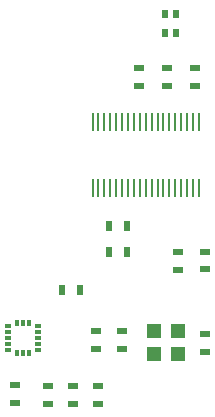
<source format=gtp>
G04*
G04 #@! TF.GenerationSoftware,Altium Limited,Altium Designer,22.7.1 (60)*
G04*
G04 Layer_Color=8421504*
%FSLAX44Y44*%
%MOMM*%
G71*
G04*
G04 #@! TF.SameCoordinates,8A5828DB-0F62-4D68-8539-0FC61A56A6C0*
G04*
G04*
G04 #@! TF.FilePolarity,Positive*
G04*
G01*
G75*
%ADD15R,1.3000X1.3000*%
%ADD16R,1.3000X1.3000*%
%ADD17R,0.5500X0.8000*%
%ADD18R,0.6000X0.9000*%
%ADD19R,0.9000X0.6000*%
%ADD20R,0.2500X1.5500*%
%ADD21R,0.4900X0.3500*%
%ADD22R,0.3500X0.4900*%
%ADD23R,0.4900X0.3000*%
D15*
X364000Y113000D02*
D03*
X344000Y133000D02*
D03*
X364000D02*
D03*
D16*
X344000Y113000D02*
D03*
D17*
X353500Y401000D02*
D03*
Y385000D02*
D03*
X362500D02*
D03*
Y401000D02*
D03*
D18*
X266000Y168000D02*
D03*
X281000D02*
D03*
X321000Y222000D02*
D03*
X306000D02*
D03*
X321000Y200000D02*
D03*
X306000D02*
D03*
D19*
X355000Y340500D02*
D03*
Y355500D02*
D03*
X379000Y340500D02*
D03*
Y355500D02*
D03*
X387000Y115000D02*
D03*
Y130000D02*
D03*
X297000Y86500D02*
D03*
Y71500D02*
D03*
X275000Y86500D02*
D03*
Y71500D02*
D03*
X254000D02*
D03*
Y86500D02*
D03*
X226000Y72000D02*
D03*
Y87000D02*
D03*
X317000Y132500D02*
D03*
Y117500D02*
D03*
X295000Y132500D02*
D03*
Y117500D02*
D03*
X387000Y185000D02*
D03*
Y200000D02*
D03*
X364000Y184500D02*
D03*
Y199500D02*
D03*
X331000Y340500D02*
D03*
Y355500D02*
D03*
D20*
X292000Y310000D02*
D03*
X297000D02*
D03*
X302000D02*
D03*
X307000D02*
D03*
X312000D02*
D03*
X332000D02*
D03*
X327000D02*
D03*
X322000D02*
D03*
X317000D02*
D03*
X352000D02*
D03*
X347000D02*
D03*
X342000D02*
D03*
X337000D02*
D03*
X372000D02*
D03*
X367000D02*
D03*
X362000D02*
D03*
X357000D02*
D03*
X382000D02*
D03*
X377000D02*
D03*
Y254000D02*
D03*
X382000D02*
D03*
X357000D02*
D03*
X362000D02*
D03*
X367000D02*
D03*
X372000D02*
D03*
X337000D02*
D03*
X342000D02*
D03*
X347000D02*
D03*
X352000D02*
D03*
X317000D02*
D03*
X322000D02*
D03*
X327000D02*
D03*
X332000D02*
D03*
X312000D02*
D03*
X307000D02*
D03*
X302000D02*
D03*
X297000D02*
D03*
X292000D02*
D03*
D21*
X245600Y117000D02*
D03*
Y122000D02*
D03*
Y127000D02*
D03*
Y132000D02*
D03*
Y137000D02*
D03*
X220400D02*
D03*
Y132000D02*
D03*
Y127000D02*
D03*
Y122000D02*
D03*
D22*
X238000Y139600D02*
D03*
X233000D02*
D03*
X228000D02*
D03*
Y114400D02*
D03*
X233000D02*
D03*
X238000D02*
D03*
D23*
X220400Y117000D02*
D03*
M02*

</source>
